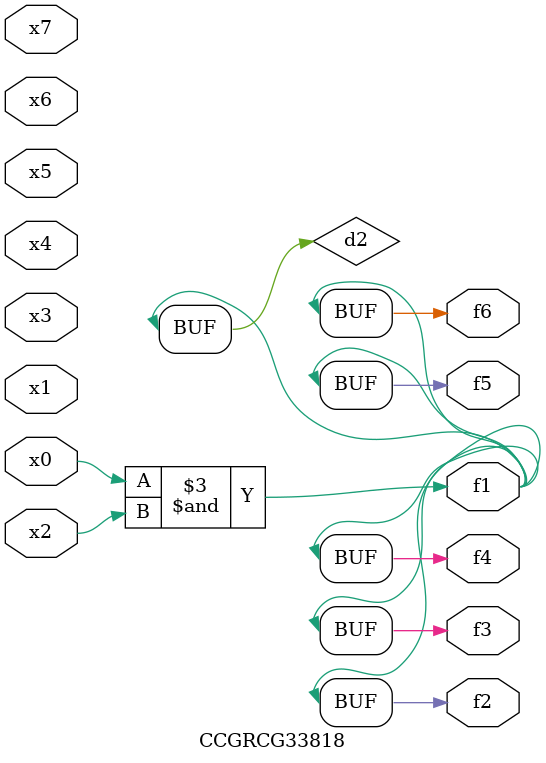
<source format=v>
module CCGRCG33818(
	input x0, x1, x2, x3, x4, x5, x6, x7,
	output f1, f2, f3, f4, f5, f6
);

	wire d1, d2;

	nor (d1, x3, x6);
	and (d2, x0, x2);
	assign f1 = d2;
	assign f2 = d2;
	assign f3 = d2;
	assign f4 = d2;
	assign f5 = d2;
	assign f6 = d2;
endmodule

</source>
